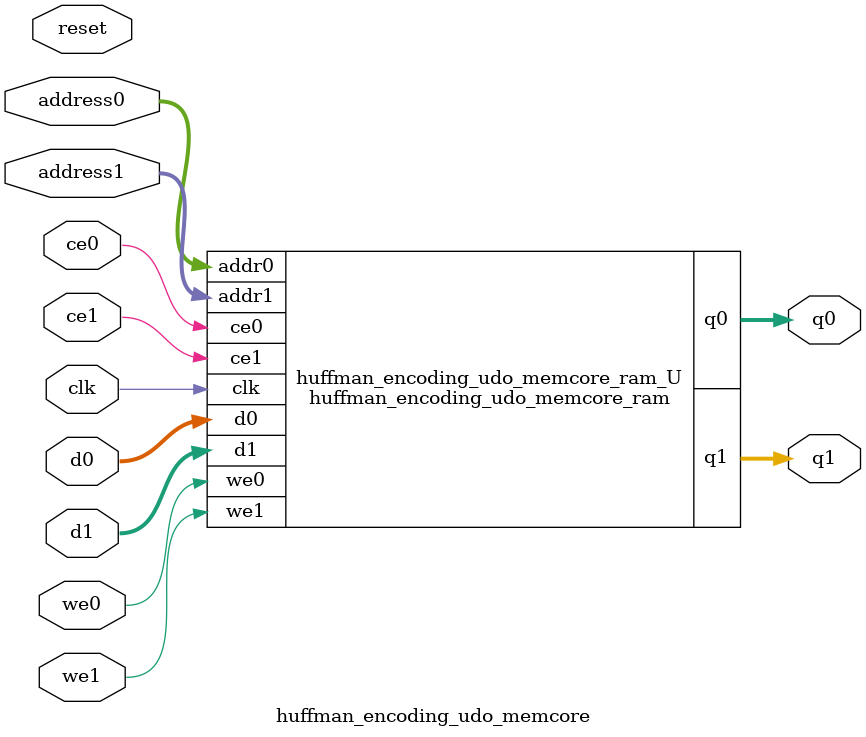
<source format=v>
`timescale 1 ns / 1 ps
module huffman_encoding_udo_memcore_ram (addr0, ce0, d0, we0, q0, addr1, ce1, d1, we1, q1,  clk);

parameter DWIDTH = 32;
parameter AWIDTH = 9;
parameter MEM_SIZE = 510;

input[AWIDTH-1:0] addr0;
input ce0;
input[DWIDTH-1:0] d0;
input we0;
output reg[DWIDTH-1:0] q0;
input[AWIDTH-1:0] addr1;
input ce1;
input[DWIDTH-1:0] d1;
input we1;
output reg[DWIDTH-1:0] q1;
input clk;

(* ram_style = "block" *)reg [DWIDTH-1:0] ram[0:MEM_SIZE-1];




always @(posedge clk)  
begin 
    if (ce0) begin
        if (we0) 
            ram[addr0] <= d0; 
        q0 <= ram[addr0];
    end
end


always @(posedge clk)  
begin 
    if (ce1) begin
        if (we1) 
            ram[addr1] <= d1; 
        q1 <= ram[addr1];
    end
end


endmodule

`timescale 1 ns / 1 ps
module huffman_encoding_udo_memcore(
    reset,
    clk,
    address0,
    ce0,
    we0,
    d0,
    q0,
    address1,
    ce1,
    we1,
    d1,
    q1);

parameter DataWidth = 32'd32;
parameter AddressRange = 32'd510;
parameter AddressWidth = 32'd9;
input reset;
input clk;
input[AddressWidth - 1:0] address0;
input ce0;
input we0;
input[DataWidth - 1:0] d0;
output[DataWidth - 1:0] q0;
input[AddressWidth - 1:0] address1;
input ce1;
input we1;
input[DataWidth - 1:0] d1;
output[DataWidth - 1:0] q1;



huffman_encoding_udo_memcore_ram huffman_encoding_udo_memcore_ram_U(
    .clk( clk ),
    .addr0( address0 ),
    .ce0( ce0 ),
    .we0( we0 ),
    .d0( d0 ),
    .q0( q0 ),
    .addr1( address1 ),
    .ce1( ce1 ),
    .we1( we1 ),
    .d1( d1 ),
    .q1( q1 ));

endmodule


</source>
